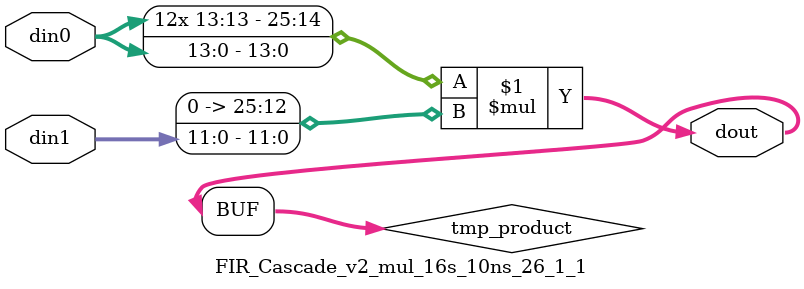
<source format=v>

`timescale 1 ns / 1 ps

 module FIR_Cascade_v2_mul_16s_10ns_26_1_1(din0, din1, dout);
parameter ID = 1;
parameter NUM_STAGE = 0;
parameter din0_WIDTH = 14;
parameter din1_WIDTH = 12;
parameter dout_WIDTH = 26;

input [din0_WIDTH - 1 : 0] din0; 
input [din1_WIDTH - 1 : 0] din1; 
output [dout_WIDTH - 1 : 0] dout;

wire signed [dout_WIDTH - 1 : 0] tmp_product;


























assign tmp_product = $signed(din0) * $signed({1'b0, din1});









assign dout = tmp_product;





















endmodule

</source>
